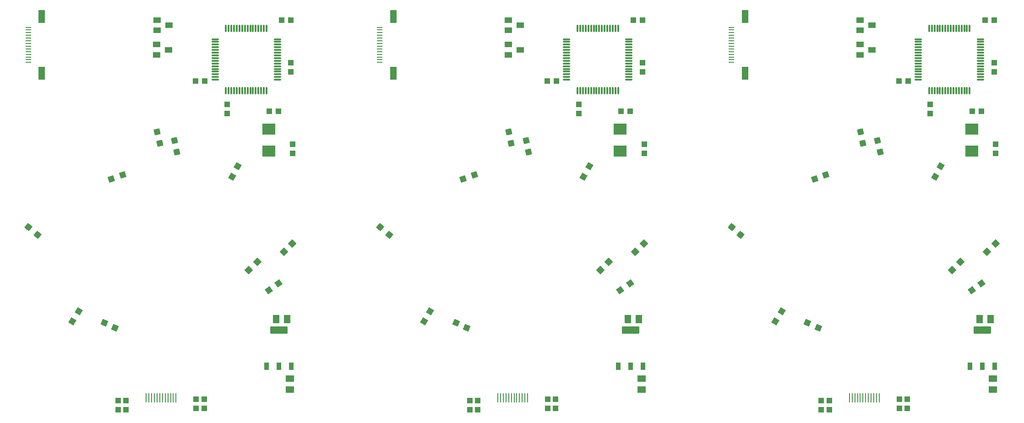
<source format=gtp>
G04*
G04 #@! TF.GenerationSoftware,Altium Limited,Altium Designer,23.6.0 (18)*
G04*
G04 Layer_Color=8421504*
%FSLAX44Y44*%
%MOMM*%
G71*
G04*
G04 #@! TF.SameCoordinates,59697A40-66F3-49E2-9A90-2B25EFB93BE2*
G04*
G04*
G04 #@! TF.FilePolarity,Positive*
G04*
G01*
G75*
%ADD10R,2.4000X2.0000*%
%ADD11R,1.0000X0.2000*%
%ADD12R,1.2000X2.4000*%
%ADD13O,1.5000X0.3000*%
%ADD14O,0.3000X1.5000*%
G04:AMPARAMS|DCode=15|XSize=0.93mm|YSize=1.31mm|CornerRadius=0.0698mm|HoleSize=0mm|Usage=FLASHONLY|Rotation=360.000|XOffset=0mm|YOffset=0mm|HoleType=Round|Shape=RoundedRectangle|*
%AMROUNDEDRECTD15*
21,1,0.9300,1.1705,0,0,360.0*
21,1,0.7905,1.3100,0,0,360.0*
1,1,0.1395,0.3953,-0.5853*
1,1,0.1395,-0.3953,-0.5853*
1,1,0.1395,-0.3953,0.5853*
1,1,0.1395,0.3953,0.5853*
%
%ADD15ROUNDEDRECTD15*%
G04:AMPARAMS|DCode=16|XSize=3.24mm|YSize=1.31mm|CornerRadius=0.0983mm|HoleSize=0mm|Usage=FLASHONLY|Rotation=360.000|XOffset=0mm|YOffset=0mm|HoleType=Round|Shape=RoundedRectangle|*
%AMROUNDEDRECTD16*
21,1,3.2400,1.1135,0,0,360.0*
21,1,3.0435,1.3100,0,0,360.0*
1,1,0.1965,1.5218,-0.5568*
1,1,0.1965,-1.5218,-0.5568*
1,1,0.1965,-1.5218,0.5568*
1,1,0.1965,1.5218,0.5568*
%
%ADD16ROUNDEDRECTD16*%
%ADD17R,1.2000X1.6000*%
%ADD18R,1.6000X1.2000*%
%ADD19R,1.0000X1.1000*%
%ADD20R,1.1000X1.0000*%
%ADD21P,1.5556X4X107.0*%
%ADD22P,1.5556X4X327.0*%
%ADD23P,1.5556X4X65.0*%
%ADD24P,1.5556X4X364.0*%
%ADD25P,1.5556X4X283.0*%
%ADD26P,1.5556X4X200.0*%
%ADD27P,1.5556X4X260.0*%
%ADD28P,1.5556X4X270.0*%
%ADD29R,1.4000X1.0000*%
%ADD30R,0.2000X1.7000*%
D10*
X2035750Y976250D02*
D03*
Y1016250D02*
D03*
X1385750Y976250D02*
D03*
Y1016250D02*
D03*
X735750Y976250D02*
D03*
Y1016250D02*
D03*
D11*
X1591250Y1205000D02*
D03*
Y1200000D02*
D03*
Y1195000D02*
D03*
Y1190000D02*
D03*
Y1185000D02*
D03*
Y1180000D02*
D03*
Y1175000D02*
D03*
Y1170000D02*
D03*
Y1165000D02*
D03*
Y1160000D02*
D03*
Y1155000D02*
D03*
Y1150000D02*
D03*
Y1145000D02*
D03*
Y1140000D02*
D03*
X941250Y1205000D02*
D03*
Y1200000D02*
D03*
Y1195000D02*
D03*
Y1190000D02*
D03*
Y1185000D02*
D03*
Y1180000D02*
D03*
Y1175000D02*
D03*
Y1170000D02*
D03*
Y1165000D02*
D03*
Y1160000D02*
D03*
Y1155000D02*
D03*
Y1150000D02*
D03*
Y1145000D02*
D03*
Y1140000D02*
D03*
X291250Y1205000D02*
D03*
Y1200000D02*
D03*
Y1195000D02*
D03*
Y1190000D02*
D03*
Y1185000D02*
D03*
Y1180000D02*
D03*
Y1175000D02*
D03*
Y1170000D02*
D03*
Y1165000D02*
D03*
Y1160000D02*
D03*
Y1155000D02*
D03*
Y1150000D02*
D03*
Y1145000D02*
D03*
Y1140000D02*
D03*
D12*
X1616250Y1225000D02*
D03*
Y1120000D02*
D03*
X966250Y1225000D02*
D03*
Y1120000D02*
D03*
X316250Y1225000D02*
D03*
Y1120000D02*
D03*
D13*
X1936750Y1108000D02*
D03*
Y1113000D02*
D03*
Y1118000D02*
D03*
Y1123000D02*
D03*
Y1128000D02*
D03*
Y1133000D02*
D03*
Y1138000D02*
D03*
Y1143000D02*
D03*
Y1148000D02*
D03*
Y1153000D02*
D03*
Y1158000D02*
D03*
Y1163000D02*
D03*
Y1168000D02*
D03*
Y1173000D02*
D03*
Y1178000D02*
D03*
Y1183000D02*
D03*
X2051750D02*
D03*
Y1178000D02*
D03*
Y1163000D02*
D03*
Y1158000D02*
D03*
Y1153000D02*
D03*
Y1148000D02*
D03*
Y1143000D02*
D03*
Y1133000D02*
D03*
Y1128000D02*
D03*
Y1123000D02*
D03*
Y1118000D02*
D03*
Y1113000D02*
D03*
Y1108000D02*
D03*
Y1138000D02*
D03*
Y1168000D02*
D03*
Y1173000D02*
D03*
X1286750Y1108000D02*
D03*
Y1113000D02*
D03*
Y1118000D02*
D03*
Y1123000D02*
D03*
Y1128000D02*
D03*
Y1133000D02*
D03*
Y1138000D02*
D03*
Y1143000D02*
D03*
Y1148000D02*
D03*
Y1153000D02*
D03*
Y1158000D02*
D03*
Y1163000D02*
D03*
Y1168000D02*
D03*
Y1173000D02*
D03*
Y1178000D02*
D03*
Y1183000D02*
D03*
X1401750D02*
D03*
Y1178000D02*
D03*
Y1163000D02*
D03*
Y1158000D02*
D03*
Y1153000D02*
D03*
Y1148000D02*
D03*
Y1143000D02*
D03*
Y1133000D02*
D03*
Y1128000D02*
D03*
Y1123000D02*
D03*
Y1118000D02*
D03*
Y1113000D02*
D03*
Y1108000D02*
D03*
Y1138000D02*
D03*
Y1168000D02*
D03*
Y1173000D02*
D03*
X636750Y1108000D02*
D03*
Y1113000D02*
D03*
Y1118000D02*
D03*
Y1123000D02*
D03*
Y1128000D02*
D03*
Y1133000D02*
D03*
Y1138000D02*
D03*
Y1143000D02*
D03*
Y1148000D02*
D03*
Y1153000D02*
D03*
Y1158000D02*
D03*
Y1163000D02*
D03*
Y1168000D02*
D03*
Y1173000D02*
D03*
Y1178000D02*
D03*
Y1183000D02*
D03*
X751750D02*
D03*
Y1178000D02*
D03*
Y1163000D02*
D03*
Y1158000D02*
D03*
Y1153000D02*
D03*
Y1148000D02*
D03*
Y1143000D02*
D03*
Y1133000D02*
D03*
Y1128000D02*
D03*
Y1123000D02*
D03*
Y1118000D02*
D03*
Y1113000D02*
D03*
Y1108000D02*
D03*
Y1138000D02*
D03*
Y1168000D02*
D03*
Y1173000D02*
D03*
D14*
X1961750Y1203000D02*
D03*
X1971750D02*
D03*
X1976750D02*
D03*
X1981750D02*
D03*
X1986750D02*
D03*
X1991750D02*
D03*
X1996750D02*
D03*
X2001750D02*
D03*
X2006750D02*
D03*
X2011750D02*
D03*
X2031750Y1088000D02*
D03*
X2026750D02*
D03*
X2021750D02*
D03*
X2016750D02*
D03*
X2011750D02*
D03*
X2006750D02*
D03*
X2001750D02*
D03*
X1996750D02*
D03*
X1991750D02*
D03*
X1986750D02*
D03*
X1981750D02*
D03*
X1976750D02*
D03*
X1971750D02*
D03*
X1966750D02*
D03*
X1961750D02*
D03*
X1956750D02*
D03*
X1966750Y1203000D02*
D03*
X2016750D02*
D03*
X2026750D02*
D03*
X1956750D02*
D03*
X2021750D02*
D03*
X2031750D02*
D03*
X1311750Y1203000D02*
D03*
X1321750D02*
D03*
X1326750D02*
D03*
X1331750D02*
D03*
X1336750D02*
D03*
X1341750D02*
D03*
X1346750D02*
D03*
X1351750D02*
D03*
X1356750D02*
D03*
X1361750D02*
D03*
X1381750Y1088000D02*
D03*
X1376750D02*
D03*
X1371750D02*
D03*
X1366750D02*
D03*
X1361750D02*
D03*
X1356750D02*
D03*
X1351750D02*
D03*
X1346750D02*
D03*
X1341750D02*
D03*
X1336750D02*
D03*
X1331750D02*
D03*
X1326750D02*
D03*
X1321750D02*
D03*
X1316750D02*
D03*
X1311750D02*
D03*
X1306750D02*
D03*
X1316750Y1203000D02*
D03*
X1366750D02*
D03*
X1376750D02*
D03*
X1306750D02*
D03*
X1371750D02*
D03*
X1381750D02*
D03*
X661750Y1203000D02*
D03*
X671750D02*
D03*
X676750D02*
D03*
X681750D02*
D03*
X686750D02*
D03*
X691750D02*
D03*
X696750D02*
D03*
X701750D02*
D03*
X706750D02*
D03*
X711750D02*
D03*
X731750Y1088000D02*
D03*
X726750D02*
D03*
X721750D02*
D03*
X716750D02*
D03*
X711750D02*
D03*
X706750D02*
D03*
X701750D02*
D03*
X696750D02*
D03*
X691750D02*
D03*
X686750D02*
D03*
X681750D02*
D03*
X676750D02*
D03*
X671750D02*
D03*
X666750D02*
D03*
X661750D02*
D03*
X656750D02*
D03*
X666750Y1203000D02*
D03*
X716750D02*
D03*
X726750D02*
D03*
X656750D02*
D03*
X721750D02*
D03*
X731750D02*
D03*
D15*
X2032100Y578100D02*
D03*
X2055000D02*
D03*
X2077900D02*
D03*
X1382100Y578100D02*
D03*
X1405000D02*
D03*
X1427900D02*
D03*
X732100Y578100D02*
D03*
X755000D02*
D03*
X777900D02*
D03*
D16*
X2055000Y645000D02*
D03*
X1405000Y645000D02*
D03*
X755000Y645000D02*
D03*
D17*
X2070000Y665000D02*
D03*
X2050000D02*
D03*
X1420000Y665000D02*
D03*
X1400000D02*
D03*
X770000Y665000D02*
D03*
X750000D02*
D03*
D18*
X2075000Y555000D02*
D03*
Y535000D02*
D03*
X1425000Y555000D02*
D03*
Y535000D02*
D03*
X775000Y555000D02*
D03*
Y535000D02*
D03*
D19*
X2077000Y1139500D02*
D03*
Y1122500D02*
D03*
X2080000Y971500D02*
D03*
Y988500D02*
D03*
X1916250Y500500D02*
D03*
X1772250Y514250D02*
D03*
Y497250D02*
D03*
X1757500D02*
D03*
Y514250D02*
D03*
X1901500Y500500D02*
D03*
Y517500D02*
D03*
X1916250Y517500D02*
D03*
X1959000Y1045750D02*
D03*
Y1062750D02*
D03*
X1427000Y1139500D02*
D03*
Y1122500D02*
D03*
X1430000Y971500D02*
D03*
Y988500D02*
D03*
X1266250Y500500D02*
D03*
X1122250Y514250D02*
D03*
Y497250D02*
D03*
X1107500D02*
D03*
Y514250D02*
D03*
X1251500Y500500D02*
D03*
Y517500D02*
D03*
X1266250Y517500D02*
D03*
X1309000Y1045750D02*
D03*
Y1062750D02*
D03*
X777000Y1139500D02*
D03*
Y1122500D02*
D03*
X780000Y971500D02*
D03*
Y988500D02*
D03*
X616250Y500500D02*
D03*
X472250Y514250D02*
D03*
Y497250D02*
D03*
X457500D02*
D03*
Y514250D02*
D03*
X601500Y500500D02*
D03*
Y517500D02*
D03*
X616250Y517500D02*
D03*
X659000Y1045750D02*
D03*
Y1062750D02*
D03*
D20*
X2036750Y1049750D02*
D03*
X2053750D02*
D03*
X1917750Y1105750D02*
D03*
X1900750D02*
D03*
X2077000Y1218250D02*
D03*
X2060000D02*
D03*
X1386750Y1049750D02*
D03*
X1403750D02*
D03*
X1267750Y1105750D02*
D03*
X1250750D02*
D03*
X1427000Y1218250D02*
D03*
X1410000D02*
D03*
X736750Y1049750D02*
D03*
X753750D02*
D03*
X617750Y1105750D02*
D03*
X600750D02*
D03*
X777000Y1218250D02*
D03*
X760000D02*
D03*
D21*
X1978414Y948463D02*
D03*
X1968086Y929038D02*
D03*
X1328414Y948462D02*
D03*
X1318086Y929038D02*
D03*
X678414Y948463D02*
D03*
X668086Y929038D02*
D03*
D22*
X1866037Y973990D02*
D03*
X1861463Y995510D02*
D03*
X1834287Y990240D02*
D03*
X1829713Y1011760D02*
D03*
X1216037Y973990D02*
D03*
X1211463Y995510D02*
D03*
X1184287Y990240D02*
D03*
X1179713Y1011760D02*
D03*
X566037Y973990D02*
D03*
X561463Y995510D02*
D03*
X534287Y990240D02*
D03*
X529713Y1011760D02*
D03*
D23*
X1765837Y931762D02*
D03*
X1745163Y924238D02*
D03*
X1115837Y931762D02*
D03*
X1095163Y924238D02*
D03*
X465837Y931762D02*
D03*
X445163Y924238D02*
D03*
D24*
X1608500Y821250D02*
D03*
X1591897Y835683D02*
D03*
X958500Y821250D02*
D03*
X941897Y835683D02*
D03*
X308500Y821250D02*
D03*
X291896Y835683D02*
D03*
D25*
X1672671Y661422D02*
D03*
X1684329Y680079D02*
D03*
X1022671Y661422D02*
D03*
X1034329Y680079D02*
D03*
X372671Y661422D02*
D03*
X384329Y680079D02*
D03*
D26*
X1732031Y658149D02*
D03*
X1751969Y648851D02*
D03*
X1082031Y658149D02*
D03*
X1101969Y648851D02*
D03*
X432031Y658149D02*
D03*
X451969Y648851D02*
D03*
D27*
X2035729Y718881D02*
D03*
X2053750Y731500D02*
D03*
X1385729Y718881D02*
D03*
X1403750Y731500D02*
D03*
X735729Y718881D02*
D03*
X753750Y731500D02*
D03*
D28*
X1998972Y755722D02*
D03*
X2014528Y771278D02*
D03*
X2063722Y789722D02*
D03*
X2079278Y805278D02*
D03*
X1348972Y755722D02*
D03*
X1364528Y771278D02*
D03*
X1413722Y789722D02*
D03*
X1429278Y805278D02*
D03*
X698972Y755722D02*
D03*
X714528Y771278D02*
D03*
X763722Y789722D02*
D03*
X779278Y805278D02*
D03*
D29*
X1829250Y1199500D02*
D03*
X1828750Y1154000D02*
D03*
Y1173000D02*
D03*
X1850750Y1163500D02*
D03*
X1829250Y1218500D02*
D03*
X1851250Y1209000D02*
D03*
X1179250Y1199500D02*
D03*
X1178750Y1154000D02*
D03*
Y1173000D02*
D03*
X1200750Y1163500D02*
D03*
X1179250Y1218500D02*
D03*
X1201250Y1209000D02*
D03*
X529250Y1199500D02*
D03*
X528750Y1154000D02*
D03*
Y1173000D02*
D03*
X550750Y1163500D02*
D03*
X529250Y1218500D02*
D03*
X551250Y1209000D02*
D03*
D30*
X1809500Y519750D02*
D03*
X1814500D02*
D03*
X1824500D02*
D03*
X1819500D02*
D03*
X1829500D02*
D03*
X1834500D02*
D03*
X1844500D02*
D03*
X1839500D02*
D03*
X1849500D02*
D03*
X1854500D02*
D03*
X1864500D02*
D03*
X1859500D02*
D03*
X1159500Y519750D02*
D03*
X1164500D02*
D03*
X1174500D02*
D03*
X1169500D02*
D03*
X1179500D02*
D03*
X1184500D02*
D03*
X1194500D02*
D03*
X1189500D02*
D03*
X1199500D02*
D03*
X1204500D02*
D03*
X1214500D02*
D03*
X1209500D02*
D03*
X509500Y519750D02*
D03*
X514500D02*
D03*
X524500D02*
D03*
X519500D02*
D03*
X529500D02*
D03*
X534500D02*
D03*
X544500D02*
D03*
X539500D02*
D03*
X549500D02*
D03*
X554500D02*
D03*
X564500D02*
D03*
X559500D02*
D03*
M02*

</source>
